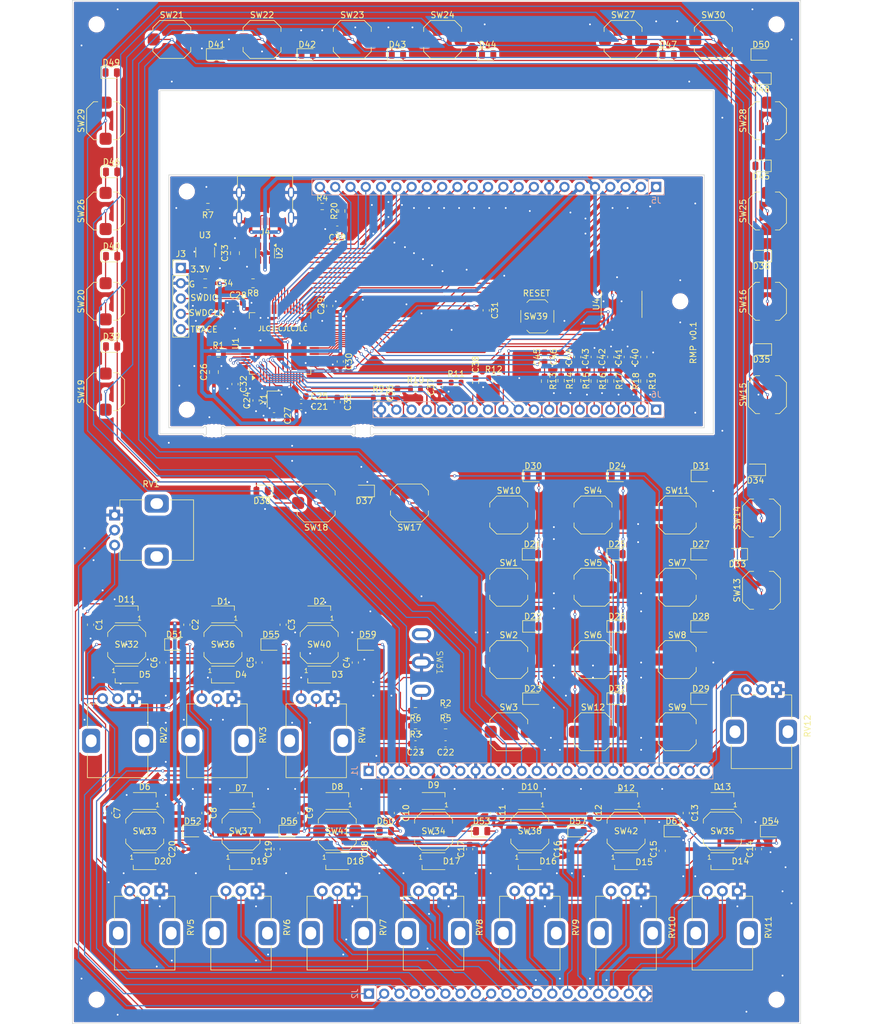
<source format=kicad_pcb>
(kicad_pcb
	(version 20240108)
	(generator "pcbnew")
	(generator_version "8.0")
	(general
		(thickness 1.6)
		(legacy_teardrops no)
	)
	(paper "A4" portrait)
	(layers
		(0 "F.Cu" signal)
		(31 "B.Cu" signal)
		(34 "B.Paste" user)
		(35 "F.Paste" user)
		(36 "B.SilkS" user "B.Silkscreen")
		(37 "F.SilkS" user "F.Silkscreen")
		(38 "B.Mask" user)
		(39 "F.Mask" user)
		(44 "Edge.Cuts" user)
		(45 "Margin" user)
		(46 "B.CrtYd" user "B.Courtyard")
		(47 "F.CrtYd" user "F.Courtyard")
		(48 "B.Fab" user)
		(49 "F.Fab" user)
	)
	(setup
		(stackup
			(layer "F.SilkS"
				(type "Top Silk Screen")
				(color "White")
			)
			(layer "F.Paste"
				(type "Top Solder Paste")
			)
			(layer "F.Mask"
				(type "Top Solder Mask")
				(color "Black")
				(thickness 0.01)
			)
			(layer "F.Cu"
				(type "copper")
				(thickness 0.035)
			)
			(layer "dielectric 1"
				(type "core")
				(thickness 1.51)
				(material "FR4")
				(epsilon_r 4.5)
				(loss_tangent 0.02)
			)
			(layer "B.Cu"
				(type "copper")
				(thickness 0.035)
			)
			(layer "B.Mask"
				(type "Bottom Solder Mask")
				(color "Black")
				(thickness 0.01)
			)
			(layer "B.Paste"
				(type "Bottom Solder Paste")
			)
			(layer "B.SilkS"
				(type "Bottom Silk Screen")
				(color "White")
			)
			(copper_finish "None")
			(dielectric_constraints yes)
		)
		(pad_to_mask_clearance 0)
		(allow_soldermask_bridges_in_footprints no)
		(pcbplotparams
			(layerselection 0x00010fc_ffffffff)
			(plot_on_all_layers_selection 0x0000000_00000000)
			(disableapertmacros no)
			(usegerberextensions no)
			(usegerberattributes yes)
			(usegerberadvancedattributes yes)
			(creategerberjobfile yes)
			(dashed_line_dash_ratio 12.000000)
			(dashed_line_gap_ratio 3.000000)
			(svgprecision 4)
			(plotframeref no)
			(viasonmask no)
			(mode 1)
			(useauxorigin no)
			(hpglpennumber 1)
			(hpglpenspeed 20)
			(hpglpendiameter 15.000000)
			(pdf_front_fp_property_popups yes)
			(pdf_back_fp_property_popups yes)
			(dxfpolygonmode yes)
			(dxfimperialunits yes)
			(dxfusepcbnewfont yes)
			(psnegative no)
			(psa4output no)
			(plotreference yes)
			(plotvalue yes)
			(plotfptext yes)
			(plotinvisibletext no)
			(sketchpadsonfab no)
			(subtractmaskfromsilk no)
			(outputformat 1)
			(mirror no)
			(drillshape 0)
			(scaleselection 1)
			(outputdirectory "manufacturing/")
		)
	)
	(net 0 "")
	(net 1 "VBUS")
	(net 2 "GND")
	(net 3 "Net-(D1-DOUT)")
	(net 4 "Net-(D1-DIN)")
	(net 5 "Net-(D2-DOUT)")
	(net 6 "Net-(D3-DOUT)")
	(net 7 "Net-(D4-DOUT)")
	(net 8 "Net-(D5-DOUT)")
	(net 9 "Net-(D6-DOUT)")
	(net 10 "Net-(D7-DOUT)")
	(net 11 "Net-(D8-DOUT)")
	(net 12 "Net-(D10-DIN)")
	(net 13 "Net-(D10-DOUT)")
	(net 14 "/LEDs")
	(net 15 "Net-(D12-DOUT)")
	(net 16 "Net-(D13-DOUT)")
	(net 17 "Net-(D14-DOUT)")
	(net 18 "Net-(D15-DOUT)")
	(net 19 "Net-(D16-DOUT)")
	(net 20 "Net-(D17-DOUT)")
	(net 21 "Net-(D18-DOUT)")
	(net 22 "Net-(D19-DOUT)")
	(net 23 "unconnected-(D20-DOUT-Pad1)")
	(net 24 "/NumpadCol1")
	(net 25 "Net-(D21-K)")
	(net 26 "Net-(D22-K)")
	(net 27 "Net-(D23-K)")
	(net 28 "Net-(D24-K)")
	(net 29 "/NumpadCol2")
	(net 30 "Net-(D25-K)")
	(net 31 "Net-(D26-K)")
	(net 32 "/NumpadCol3")
	(net 33 "Net-(D27-K)")
	(net 34 "Net-(D28-K)")
	(net 35 "Net-(D29-K)")
	(net 36 "Net-(D30-K)")
	(net 37 "Net-(D31-K)")
	(net 38 "Net-(D32-K)")
	(net 39 "/KeysCol1")
	(net 40 "Net-(D33-K)")
	(net 41 "Net-(D34-K)")
	(net 42 "Net-(D35-K)")
	(net 43 "Net-(D36-K)")
	(net 44 "/KeysCol2")
	(net 45 "Net-(D37-K)")
	(net 46 "Net-(D38-K)")
	(net 47 "Net-(D39-K)")
	(net 48 "Net-(D40-K)")
	(net 49 "Net-(D41-K)")
	(net 50 "Net-(D42-K)")
	(net 51 "Net-(D43-K)")
	(net 52 "Net-(D44-K)")
	(net 53 "Net-(D45-K)")
	(net 54 "Net-(D46-K)")
	(net 55 "Net-(D47-K)")
	(net 56 "Net-(D48-K)")
	(net 57 "Net-(D49-K)")
	(net 58 "Net-(D50-K)")
	(net 59 "+3V3")
	(net 60 "/Brightness")
	(net 61 "/VHF1vol")
	(net 62 "/VHF2vol")
	(net 63 "/VHF3vol")
	(net 64 "/HF1vol")
	(net 65 "/HF2vol")
	(net 66 "/TEL1vol")
	(net 67 "/TEL2vol")
	(net 68 "/INTvol")
	(net 69 "/CABvol")
	(net 70 "/PAvol")
	(net 71 "/NAV vol")
	(net 72 "/NumpadRow2")
	(net 73 "/NumpadRow3")
	(net 74 "/NumpadRow4")
	(net 75 "/NumpadRow1")
	(net 76 "/KeysRow1")
	(net 77 "/KeysRow2")
	(net 78 "/KeysRow3")
	(net 79 "/KeysRow4")
	(net 80 "/KeysRow5")
	(net 81 "/KeysRow6")
	(net 82 "/INT")
	(net 83 "/RAD")
	(net 84 "Net-(D51-K)")
	(net 85 "Net-(D52-K)")
	(net 86 "Net-(D53-K)")
	(net 87 "Net-(D54-K)")
	(net 88 "Net-(D55-K)")
	(net 89 "Net-(D56-K)")
	(net 90 "Net-(D57-K)")
	(net 91 "Net-(D59-K)")
	(net 92 "Net-(D60-K)")
	(net 93 "Net-(D61-K)")
	(net 94 "/KeysCol3")
	(net 95 "/TransCol1")
	(net 96 "/TransCol2")
	(net 97 "/TransCol3")
	(net 98 "/TransRow1")
	(net 99 "/TransRow2")
	(net 100 "/TransRow3")
	(net 101 "/TransRow4")
	(net 102 "Net-(SW31-A)")
	(net 103 "Net-(SW31-C)")
	(net 104 "/HSE_IN")
	(net 105 "/HSE_OUT")
	(net 106 "/NRST")
	(net 107 "/SWD_TRACE")
	(net 108 "/SWD_CLK")
	(net 109 "/SWD_IO")
	(net 110 "/USB & Power/USB_D+")
	(net 111 "unconnected-(J4-SBU2-PadB8)")
	(net 112 "/USB & Power/USB_D-")
	(net 113 "Net-(J4-CC1)")
	(net 114 "Net-(J4-CC2)")
	(net 115 "unconnected-(J4-SBU1-PadA8)")
	(net 116 "/BOOT0")
	(net 117 "/USB_PROT_D+")
	(net 118 "Net-(J5-Pin_23)")
	(net 119 "/PA1_CABvol")
	(net 120 "Net-(J6-Pin_5)")
	(net 121 "Net-(J6-Pin_6)")
	(net 122 "Net-(J6-Pin_2)")
	(net 123 "/PC3_NAVvol")
	(net 124 "Net-(J6-Pin_3)")
	(net 125 "/PC11_KeysCol2")
	(net 126 "/PA2_INTvol")
	(net 127 "/PA0_PAvol")
	(net 128 "/USB_PROT_D-")
	(net 129 "Net-(J6-Pin_7)")
	(net 130 "unconnected-(U3-NC-Pad4)")
	(net 131 "/PA3_TEL2vol")
	(net 132 "/PA7_LEDs")
	(net 133 "/PA6_HF1vol")
	(net 134 "/PA5_HF2vol")
	(net 135 "/PA4_TEL1vol")
	(net 136 "/PC4_VHF3vol")
	(net 137 "/PC5_VHF2vol")
	(net 138 "/PB0_VHF1vol")
	(net 139 "/PB1_Brightness")
	(net 140 "/PC14_TransCol1")
	(net 141 "/PB8_TransCol2")
	(net 142 "/PC13_TransRow3")
	(net 143 "/PB9_TransRow4")
	(net 144 "/PC15_TransRow2")
	(net 145 "/PC0_TransRow1")
	(net 146 "/PB10_TransCol3")
	(net 147 "/PB11_KeysRow6")
	(net 148 "/PB2_RAD")
	(net 149 "/PB15_KeysRow3")
	(net 150 "/PC7_KeysRow1")
	(net 151 "/PB14_KeysRow4")
	(net 152 "/PB12_KeysRow5")
	(net 153 "/PB13_INT")
	(net 154 "/PC6_KeysRow2")
	(net 155 "/PA9_NumpadRow2")
	(net 156 "/PA10_NumpadRow1")
	(net 157 "/PC8_NumpadRow4")
	(net 158 "/PC9_NumpadCol1")
	(net 159 "/PA8_NumpadRow3")
	(net 160 "/PC10_KeysCol3")
	(net 161 "/PA15_KeysCol1")
	(net 162 "/PC12_NumpadCol3")
	(net 163 "/PD2_NumpadCol2")
	(net 164 "Net-(J6-Pin_11)")
	(net 165 "Net-(J6-Pin_4)")
	(net 166 "Net-(J6-Pin_8)")
	(net 167 "Net-(J6-Pin_16)")
	(net 168 "Net-(J6-Pin_13)")
	(net 169 "Net-(J6-Pin_18)")
	(net 170 "unconnected-(U1-PB5-Pad57)")
	(net 171 "unconnected-(U1-PC2-Pad10)")
	(net 172 "unconnected-(U1-PB4-Pad56)")
	(net 173 "unconnected-(U1-PC1-Pad9)")
	(net 174 "unconnected-(U1-PB7-Pad59)")
	(net 175 "unconnected-(U1-PB6-Pad58)")
	(net 176 "/LEDs_board")
	(footprint "Diode_SMD:D_0805_2012Metric" (layer "F.Cu") (at 91.0625 147))
	(footprint "Diode_SMD:D_0805_2012Metric" (layer "F.Cu") (at 142 178))
	(footprint "Capacitor_SMD:C_0603_1608Metric" (layer "F.Cu") (at 128.7 99.25 90))
	(footprint "Capacitor_SMD:C_0603_1608Metric" (layer "F.Cu") (at 73 150 90))
	(footprint "LED_SMD:LED_SK6805_PLCC4_2.4x2.7mm_P1.3mm" (layer "F.Cu") (at 83 142 180))
	(footprint "Diode_SMD:D_0805_2012Metric" (layer "F.Cu") (at 146.4375 144))
	(footprint "LED_SMD:LED_SK6805_PLCC4_2.4x2.7mm_P1.3mm" (layer "F.Cu") (at 70 173 180))
	(footprint "Button_Switch_SMD:SW_Push_1P1T_XKB_TS-1187A" (layer "F.Cu") (at 119.25 92.5))
	(footprint "Diode_SMD:D_0805_2012Metric" (layer "F.Cu") (at 110 178))
	(footprint "Diode_SMD:D_0805_2012Metric" (layer "F.Cu") (at 90.5 121.5 180))
	(footprint "Potentiometer_THT:Potentiometer_Alps_RK09K_Single_Vertical" (layer "F.Cu") (at 52 156 -90))
	(footprint "Resistor_SMD:R_0805_2012Metric" (layer "F.Cu") (at 72 87 180))
	(footprint "Resistor_SMD:R_0603_1608Metric" (layer "F.Cu") (at 125.95 103.175 -90))
	(footprint "Capacitor_SMD:C_0603_1608Metric" (layer "F.Cu") (at 80 175 -90))
	(footprint "xenua:MouseBite_NoJaggies_S" (layer "F.Cu") (at 90.25 111 180))
	(footprint "Diode_SMD:D_0805_2012Metric" (layer "F.Cu") (at 48.5 68.5))
	(footprint "NiasStuff:SW_Push_1TS009xxxx-xxxx-xxxx_6x6x5mm" (layer "F.Cu") (at 157.5 60 90))
	(footprint "NiasStuff:SW_Push_1TS009xxxx-xxxx-xxxx_6x6x5mm" (layer "F.Cu") (at 114.5 149.5))
	(footprint "Capacitor_SMD:C_0603_1608Metric" (layer "F.Cu") (at 77 143.725 -90))
	(footprint "NiasStuff:SW_Push_1TS009xxxx-xxxx-xxxx_6x6x5mm" (layer "F.Cu") (at 114.5 137.5))
	(footprint "Diode_SMD:D_0805_2012Metric" (layer "F.Cu") (at 48.5 97.5))
	(footprint "Resistor_SMD:R_0603_1608Metric" (layer "F.Cu") (at 99 104.5))
	(footprint "Capacitor_SMD:C_0603_1608Metric" (layer "F.Cu") (at 120.45 99.25 -90))
	(footprint "NiasStuff:SW_Push_1TS009xxxx-xxxx-xxxx_6x6x5mm" (layer "F.Cu") (at 150 178))
	(footprint "NiasStuff:SW_Push_1TS009xxxx-xxxx-xxxx_6x6x5mm" (layer "F.Cu") (at 47.5 90 90))
	(footprint "NiasStuff:SW_Push_1TS009xxxx-xxxx-xxxx_6x6x5mm" (layer "F.Cu") (at 102 178))
	(footprint "NiasStuff:SW_Push_1TS009xxxx-xxxx-xxxx_6x6x5mm" (layer "F.Cu") (at 54 178))
	(footprint "Diode_SMD:D_0805_2012Metric" (layer "F.Cu") (at 146.5 119))
	(footprint "Capacitor_SMD:C_0603_1608Metric" (layer "F.Cu") (at 123.2 99.25 -90))
	(footprint "LED_SMD:LED_SK6805_PLCC4_2.4x2.7mm_P1.3mm"
		(layer "F.Cu")
		(uuid "2049311d-1944-45e9-95ae-b26951a29338")
		(at 150 173 180)
		(descr "https://cdn-shop.adafruit.com/product-files/3484/3484_Datasheet.pdf")
		(tags "LED RGB NeoPixel Nano PLCC-4")
		(property "Reference" "D13"
			(at 0 2.35 180)
			(layer "F.SilkS")
			(uuid "85847409-1714-47a3-a32c-8ed33e795ae5")
			(effects
				(font
					(size 1 1)
					(thickness 0.15)
				)
			)
		)
		(property "Value" "SK6805"
			(at 0 2.7 180)
			(layer "F.Fab")
			(uuid "4a449934-1b67-4584-ba40-32ccd46d7019")
			(effects
				(font
					(size 1 1)
					(thickness 0.15)
				)
			)
		)
		(property "Footprint" "LED_SMD:LED_SK6805_PLCC4_2.4x2.7mm_P1.3mm"
			(at 0 0 180)
			(unlocked yes)
			(layer "F.Fab")
			(hide yes)
			(uuid "5a971b4d-ca22-478d-949b-7080080e0677")
			(effects
				(font
					(size 1.27 1.27)
					(thickness 0.15)
				)
			)
		)
		(property "Datasheet" "https://www.lcsc.com/datasheet/lcsc_datasheet_2110250930_OPSCO-Optoelectronics-SK6805MICRO-J_C2909056.pdf"
			(at 0 0 180)
			(unlocked yes)
			(layer "F.Fab")
			(hide yes)
			(uuid "47d4c48e-c77d-4555-9ff1-442de2c49f3e")
			(effects
				(font
					(size 1.27 1.27)
					(thickness 0.15)
				)
			)
		)
		(property "Description" "RGB LED with integrated controller"
			(at 0 0 180)
			(unlocked yes)
			(layer "F.Fab")
			(hide yes)
			(uuid "fd50ed51-37e8-438c-8403-6a6d403c1d0e")
			(effects
				(font
					(size 1.27 1.27)
					(thickness 0.15)
				)
			)
		)
		(property "JLCPCB Part" "C2909056"
			(at 0 0 180)
			(unlocked yes)
			(layer "F.Fab")
			(hide yes)
			(uuid "0e9959a6-6ef9-4859-9991-7822de6f507f")
			(effects
				(font
					(size 1 1)
					(thickness 0.15)
				)
			)
		)
		(property "Manufracturer" "OPSCO Optoelectronics"
			(at 0 0 180)
			(unlocked yes)
			(layer "F.Fab")
			(hide yes)
			(uuid "b63f3311-008e-41ea-9393-58b6f557c518")
			(effects
				(font
					(size 1 1)
					(thickness 0.15)
				)
			)
		)
		(property "Manufracturer Part Number" "SK6805MICRO-J"
			(at 0 0 180)
			(unlocked yes)
			(layer "F.Fab")
			(hide yes)
			(uuid "f067d3fb-0218-4660-8b2d-8fe6209f0073")
			(effects
				(font
					(size 1 1)
					(thickness 0.15)
				)
			)
		)
		(property ki_fp_filters "LED*SK6805*
... [2468257 chars truncated]
</source>
